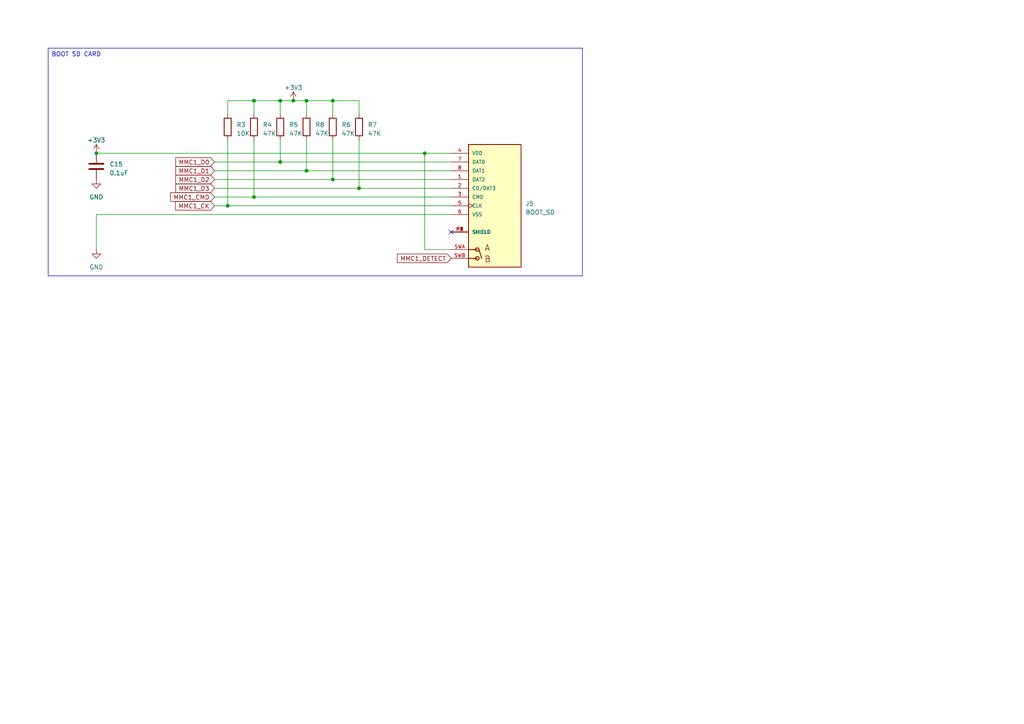
<source format=kicad_sch>
(kicad_sch (version 20230121) (generator eeschema)
  (paper "A4")
  (lib_symbols
    (symbol "Device:C" (pin_numbers hide) (pin_names (offset 0.254))
      (property "Reference" "C" (at 0.635 2.54 0))
      (property "Value" "C" (at 0.635 -2.54 0))
      (symbol "C_0_1"
        (polyline (pts (xy -2.032 -0.762) (xy 2.032 -0.762)) (stroke (width 0.508)))
        (polyline (pts (xy -2.032 0.762) (xy 2.032 0.762)) (stroke (width 0.508)))
      )
      (symbol "C_1_1"
        (pin passive line (at 0 3.81 270) (length 2.794) (name "~") (number "1"))
        (pin passive line (at 0 -3.81 90) (length 2.794) (name "~") (number "2"))
      )
    )
    (symbol "Device:R" (pin_numbers hide) (pin_names (offset 0))
      (property "Reference" "R" (at 2.032 0 90))
      (property "Value" "R" (at 0 0 90))
      (symbol "R_0_1"
        (rectangle (start -1.016 -2.54) (end 1.016 2.54) (stroke (width 0.254)))
      )
      (symbol "R_1_1"
        (pin passive line (at 0 3.81 270) (length 1.27) (name "~") (number "1"))
        (pin passive line (at 0 -3.81 90) (length 1.27) (name "~") (number "2"))
      )
    )
    (symbol "components:DM3AT-SF-PEJM5" (pin_names (offset 1.016))
      (property "Reference" "J" (at -7.62 18.3148 0))
      (property "Value" "DM3AT-SF-PEJM5" (at -7.62 -20.8538 0))
      (symbol "DM3AT-SF-PEJM5_0_0"
        (rectangle (start -7.62 -17.78) (end 7.62 17.78) (stroke (width 0.254)) (fill (type background)))
        (circle (center -5.08 -15.24) (radius 0.508) (stroke (width 0.254)))
        (circle (center -5.08 -12.7) (radius 0.508) (stroke (width 0.254)))
        (polyline (pts (xy -7.62 -15.24) (xy -5.08 -15.24)) (stroke (width 0.254)))
        (polyline (pts (xy -7.62 -12.7) (xy -5.08 -12.7)) (stroke (width 0.254)))
        (polyline (pts (xy -4.572 -12.7) (xy -3.81 -15.24)) (stroke (width 0.254)))
        (text "A" (at -3.048 -13.208 0) (effects (font (size 1.778 1.778)) (justify left bottom)))
        (text "B" (at -3.048 -16.51 0) (effects (font (size 1.778 1.778)) (justify left bottom)))
        (pin bidirectional line (at -12.7 7.62 0) (length 5.08) (name "DAT2") (number "1"))
        (pin bidirectional line (at -12.7 5.08 0) (length 5.08) (name "CD/DAT3") (number "2"))
        (pin bidirectional line (at -12.7 2.54 0) (length 5.08) (name "CMD") (number "3"))
        (pin power_in line (at -12.7 15.24 0) (length 5.08) (name "VDD") (number "4"))
        (pin bidirectional clock (at -12.7 0 0) (length 5.08) (name "CLK") (number "5"))
        (pin power_in line (at -12.7 -2.54 0) (length 5.08) (name "VSS") (number "6"))
        (pin bidirectional line (at -12.7 12.7 0) (length 5.08) (name "DAT0") (number "7"))
        (pin bidirectional line (at -12.7 10.16 0) (length 5.08) (name "DAT1") (number "8"))
        (pin passive line (at -12.7 -7.62 0) (length 5.08) (name "SHIELD") (number "P1"))
        (pin passive line (at -12.7 -7.62 0) (length 5.08) (name "SHIELD") (number "P2"))
        (pin passive line (at -12.7 -7.62 0) (length 5.08) (name "SHIELD") (number "P3"))
        (pin passive line (at -12.7 -7.62 0) (length 5.08) (name "SHIELD") (number "P4"))
        (pin bidirectional line (at -12.7 -12.7 0) (length 5.08) (name "~") (number "SWA"))
        (pin bidirectional line (at -12.7 -15.24 0) (length 5.08) (name "~") (number "SWB"))
      )
    )
    (symbol "power:+3V3" (power) (pin_names (offset 0))
      (property "Value" "+3V3" (at 0 3.556 0))
      (symbol "+3V3_0_1"
        (polyline (pts (xy -0.762 1.27) (xy 0 2.54)))
        (polyline (pts (xy 0 0) (xy 0 2.54)))
        (polyline (pts (xy 0 2.54) (xy 0.762 1.27)))
      )
      (symbol "+3V3_1_1"
        (pin power_in line (at 0 0 90) (length 0) hide (name "+3V3") (number "1"))
      )
    )
    (symbol "power:GND" (power) (pin_names (offset 0))
      (property "Value" "GND" (at 0 -3.81 0))
      (symbol "GND_0_1"
        (polyline (pts (xy 0 0) (xy 0 -1.27) (xy 1.27 -1.27) (xy 0 -2.54) (xy -1.27 -1.27) (xy 0 -1.27)))
      )
      (symbol "GND_1_1"
        (pin power_in line (at 0 0 270) (length 0) hide (name "GND") (number "1"))
      )
    )
  )
  (junction (at 73.66 57.15))
  (junction (at 73.66 29.21))
  (junction (at 96.52 29.21))
  (junction (at 27.94 44.45))
  (junction (at 123.19 44.45))
  (junction (at 88.9 49.53))
  (junction (at 96.52 52.07))
  (junction (at 85.09 29.21))
  (junction (at 88.9 29.21))
  (junction (at 81.28 46.99))
  (junction (at 81.28 29.21))
  (junction (at 66.04 59.69))
  (junction (at 104.14 54.61))
  (no_connect (at 130.81 67.31))
  (wire (pts (xy 123.19 44.45) (xy 130.81 44.45)))
  (wire (pts (xy 81.28 46.99) (xy 130.81 46.99)))
  (wire (pts (xy 88.9 29.21) (xy 88.9 33.02)))
  (wire (pts (xy 73.66 57.15) (xy 130.81 57.15)))
  (wire (pts (xy 104.14 29.21) (xy 96.52 29.21)))
  (wire (pts (xy 62.23 49.53) (xy 88.9 49.53)))
  (wire (pts (xy 62.23 52.07) (xy 96.52 52.07)))
  (wire (pts (xy 66.04 33.02) (xy 66.04 29.21)))
  (wire (pts (xy 85.09 29.21) (xy 88.9 29.21)))
  (wire (pts (xy 104.14 54.61) (xy 130.81 54.61)))
  (wire (pts (xy 88.9 29.21) (xy 96.52 29.21)))
  (wire (pts (xy 81.28 40.64) (xy 81.28 46.99)))
  (wire (pts (xy 66.04 29.21) (xy 73.66 29.21)))
  (wire (pts (xy 27.94 62.23) (xy 27.94 72.39)))
  (wire (pts (xy 88.9 49.53) (xy 130.81 49.53)))
  (wire (pts (xy 66.04 59.69) (xy 130.81 59.69)))
  (wire (pts (xy 73.66 40.64) (xy 73.66 57.15)))
  (wire (pts (xy 88.9 40.64) (xy 88.9 49.53)))
  (wire (pts (xy 62.23 59.69) (xy 66.04 59.69)))
  (wire (pts (xy 123.19 72.39) (xy 130.81 72.39)))
  (wire (pts (xy 96.52 29.21) (xy 96.52 33.02)))
  (wire (pts (xy 27.94 44.45) (xy 123.19 44.45)))
  (wire (pts (xy 104.14 40.64) (xy 104.14 54.61)))
  (wire (pts (xy 96.52 40.64) (xy 96.52 52.07)))
  (wire (pts (xy 66.04 40.64) (xy 66.04 59.69)))
  (wire (pts (xy 123.19 44.45) (xy 123.19 72.39)))
  (wire (pts (xy 62.23 57.15) (xy 73.66 57.15)))
  (wire (pts (xy 81.28 29.21) (xy 81.28 33.02)))
  (wire (pts (xy 130.81 62.23) (xy 27.94 62.23)))
  (wire (pts (xy 62.23 46.99) (xy 81.28 46.99)))
  (wire (pts (xy 73.66 29.21) (xy 81.28 29.21)))
  (wire (pts (xy 81.28 29.21) (xy 85.09 29.21)))
  (wire (pts (xy 73.66 29.21) (xy 73.66 33.02)))
  (wire (pts (xy 96.52 52.07) (xy 130.81 52.07)))
  (wire (pts (xy 62.23 54.61) (xy 104.14 54.61)))
  (wire (pts (xy 104.14 33.02) (xy 104.14 29.21)))
  (text_box "BOOT SD CARD" (at 13.97 13.97 0) (size 154.94 66.04) (effects (font (size 1.27 1.27)) (justify left top)))
  (global_label "MMC1_D2" (shape input) (at 62.23 52.07 180) (property "Intersheetrefs" "${INTERSHEET_REFS}" (effects hide)))
  (global_label "MMC1_D1" (shape input) (at 62.23 49.53 180) (property "Intersheetrefs" "${INTERSHEET_REFS}" (effects hide)))
  (global_label "MMC1_CMD" (shape input) (at 62.23 57.15 180) (property "Intersheetrefs" "${INTERSHEET_REFS}" (effects hide)))
  (global_label "MMC1_CK" (shape input) (at 62.23 59.69 180) (property "Intersheetrefs" "${INTERSHEET_REFS}" (effects hide)))
  (global_label "MMC1_D3" (shape input) (at 62.23 54.61 180) (property "Intersheetrefs" "${INTERSHEET_REFS}" (effects hide)))
  (global_label "MMC1_D0" (shape input) (at 62.23 46.99 180) (property "Intersheetrefs" "${INTERSHEET_REFS}" (effects hide)))
  (global_label "MMC1_DETECT" (shape input) (at 130.81 74.93 180) (property "Intersheetrefs" "${INTERSHEET_REFS}" (effects hide)))
  (symbol (lib_id "power:+3V3") (at 27.94 44.45 0) (unit 1)
    (property "Reference" "#PWR031" (effects hide))
    (property "Value" "+3V3" (at 27.94 40.64 0))
  )
  (symbol (lib_id "power:GND") (at 27.94 52.07 0) (unit 1)
    (property "Reference" "#PWR095" (effects hide))
    (property "Value" "GND" (at 27.94 57.15 0))
  )
  (symbol (lib_id "components:DM3AT-SF-PEJM5") (at 143.51 59.69 0) (unit 1)
    (property "Reference" "J5" (at 152.4 59.055 0) (effects (justify left)))
    (property "Value" "BOOT_SD" (at 152.4 61.595 0) (effects (justify left)))
    (property "Footprint" "components:HRS_DM3AT-SF-PEJM5" (effects hide))
    (property "Datasheet" "http://katalog.we-online.de/em/datasheet/693072010801.pdf" (effects hide))
    (property "MP" "DM3AT-SF-PEJM5" (effects hide))
    (property "PACKAGE" "None" (effects hide))
    (property "STANDARED" "manufacturer recommendation" (effects hide))
    (property "PRICE" "None" (effects hide))
    (property "DESCRIPTION" "DM3 RA SMT microSD memory card push/push" (effects hide))
    (property "PARTREV" "n/a" (effects hide))
    (property "MANUFACTURER" "Hirose" (effects hide))
    (property "AVAILABILITY" "Unavailable" (effects hide))
    (property "MF" "Hirose" (effects hide))
  )
  (symbol (lib_id "Device:R") (at 73.66 36.83 0) (unit 1)
    (property "Reference" "R4" (at 76.2 36.195 0) (effects (justify left)))
    (property "Value" "47K" (at 76.2 38.735 0) (effects (justify left)))
    (property "Footprint" "Resistor_SMD:R_1206_3216Metric" (effects hide))
  )
  (symbol (lib_id "power:GND") (at 27.94 72.39 0) (unit 1)
    (property "Reference" "#PWR032" (effects hide))
    (property "Value" "GND" (at 27.94 77.47 0))
  )
  (symbol (lib_id "Device:R") (at 81.28 36.83 0) (unit 1)
    (property "Reference" "R5" (at 83.82 36.195 0) (effects (justify left)))
    (property "Value" "47K" (at 83.82 38.735 0) (effects (justify left)))
    (property "Footprint" "Resistor_SMD:R_1206_3216Metric" (effects hide))
  )
  (symbol (lib_id "Device:R") (at 96.52 36.83 0) (unit 1)
    (property "Reference" "R6" (at 99.06 36.195 0) (effects (justify left)))
    (property "Value" "47K" (at 99.06 38.735 0) (effects (justify left)))
    (property "Footprint" "Resistor_SMD:R_1206_3216Metric" (effects hide))
  )
  (symbol (lib_id "Device:R") (at 88.9 36.83 0) (unit 1)
    (property "Reference" "R8" (at 91.44 36.195 0) (effects (justify left)))
    (property "Value" "47K" (at 91.44 38.735 0) (effects (justify left)))
    (property "Footprint" "Resistor_SMD:R_1206_3216Metric" (effects hide))
  )
  (symbol (lib_id "Device:R") (at 104.14 36.83 0) (unit 1)
    (property "Reference" "R7" (at 106.68 36.195 0) (effects (justify left)))
    (property "Value" "47K" (at 106.68 38.735 0) (effects (justify left)))
    (property "Footprint" "Resistor_SMD:R_1206_3216Metric" (effects hide))
  )
  (symbol (lib_id "power:+3V3") (at 85.09 29.21 0) (unit 1)
    (property "Reference" "#PWR033" (effects hide))
    (property "Value" "+3V3" (at 85.09 25.4 0))
  )
  (symbol (lib_id "Device:R") (at 66.04 36.83 0) (unit 1)
    (property "Reference" "R3" (at 68.58 36.195 0) (effects (justify left)))
    (property "Value" "10K" (at 68.58 38.735 0) (effects (justify left)))
    (property "Footprint" "Resistor_SMD:R_1206_3216Metric" (effects hide))
  )
  (symbol (lib_id "Device:C") (at 27.94 48.26 0) (unit 1)
    (property "Reference" "C15" (at 31.75 47.625 0) (effects (justify left)))
    (property "Value" "0.1uF" (at 31.75 50.165 0) (effects (justify left)))
    (property "Footprint" "Capacitor_SMD:C_0805_2012Metric" (effects hide))
  )
)
</source>
